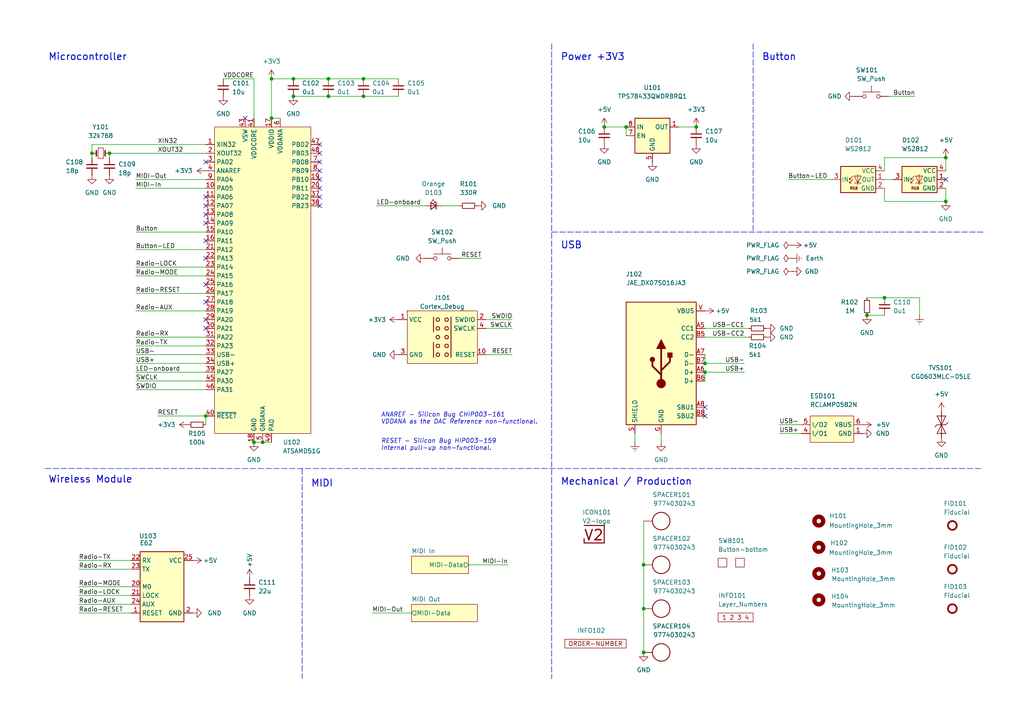
<source format=kicad_sch>
(kicad_sch (version 20250114) (generator "eeschema") (generator_version "9.0")
  (paper "A4")
  (title_block (title "V2 radio") (date "2025-09-19") (rev "1") (company "Versio Duo") (comment 1 "433 MHz MIDI bridge"))
  (lib_symbols
    (symbol "Device:C_Small" (pin_numbers (hide yes)) (pin_names (offset 0.254) (hide yes))
      (property "Reference" "C" (at 0.254 1.778 0))
      (property "Value" "C_Small" (at 0.254 -2.032 0))
      (symbol "C_Small_1_1"
        (pin passive line (at 0 2.54 270) (length 2.032) (name "~") (number "1"))
        (pin passive line (at 0 -2.54 90) (length 2.032) (name "~") (number "2"))
      )
    )
    (symbol "Device:Crystal_Small" (pin_numbers (hide yes)) (pin_names (offset 1.016) (hide yes))
      (property "Reference" "Y" (at 0 2.54 0))
      (property "Value" "Crystal_Small" (at 0 -2.54 0))
      (symbol "Crystal_Small_1_1"
        (pin passive line (at -2.54 0 0) (length 1.27) (name "1") (number "1"))
        (pin passive line (at 2.54 0 180) (length 1.27) (name "2") (number "2"))
      )
    )
    (symbol "Device:LED_Small" (pin_numbers (hide yes)) (pin_names (offset 0.254) (hide yes))
      (property "Reference" "D" (at -1.27 3.175 0))
      (property "Value" "LED_Small" (at -4.445 -2.54 0))
      (symbol "LED_Small_1_1"
        (pin passive line (at -2.54 0 0) (length 1.778) (name "K") (number "1"))
        (pin passive line (at 2.54 0 180) (length 1.778) (name "A") (number "2"))
      )
    )
    (symbol "Device:R_Small" (pin_numbers (hide yes)) (pin_names (offset 0.254) (hide yes))
      (property "Reference" "R" (at 0 0 90))
      (property "Value" "R_Small" (at 1.778 0 90))
      (symbol "R_Small_1_1"
        (pin passive line (at 0 2.54 270) (length 0.762) (name "~") (number "1"))
        (pin passive line (at 0 -2.54 90) (length 0.762) (name "~") (number "2"))
      )
    )
    (symbol "Switch:SW_Push" (pin_numbers (hide yes)) (pin_names (offset 1.016) (hide yes))
      (property "Reference" "SW" (at 1.27 2.54 0))
      (property "Value" "SW_Push" (at 0 -1.524 0))
      (symbol "SW_Push_0_1"
        (pin passive line (at -5.08 0 0) (length 2.54) (name "1") (number "1"))
        (pin passive line (at 5.08 0 180) (length 2.54) (name "2") (number "2"))
      )
    )
    (symbol "V2_Artwork:V2-logo" (in_bom no)
      (property "Reference" "ICON" (at -3.302 3.81 0))
      (symbol "V2-logo_1_1"
        (text "V2" (at -0.508 -0.254 0) (effects (font (size 3 3) (thickness 0.375))))
      )
    )
    (symbol "V2_Connector_USB:JAE_DX07S016JA3"
      (property "Reference" "J" (at -10.16 22.86 0))
      (property "Value" "DX07S016JA3" (at -10.16 20.5 0))
      (symbol "JAE_DX07S016JA3_1_1"
        (pin passive line (at -7.62 -20.32 90) (length 2.54) (name "SHIELD") (number "S"))
        (pin passive line (at 0 -20.32 90) (length 2.54) (name "GND") (number "G"))
        (pin passive line (at 12.7 15.24 180) (length 2.54) (name "VBUS") (number "V"))
        (pin bidirectional line (at 12.7 10.16 180) (length 2.54) (name "CC1") (number "A5"))
        (pin bidirectional line (at 12.7 7.62 180) (length 2.54) (name "CC2") (number "B5"))
        (pin bidirectional line (at 12.7 2.54 180) (length 2.54) (name "D-") (number "A7"))
        (pin bidirectional line (at 12.7 0 180) (length 2.54) (name "D-") (number "B7"))
        (pin bidirectional line (at 12.7 -2.54 180) (length 2.54) (name "D+") (number "A6"))
        (pin bidirectional line (at 12.7 -5.08 180) (length 2.54) (name "D+") (number "B6"))
        (pin bidirectional line (at 12.7 -12.7 180) (length 2.54) (name "SBU1") (number "A8"))
        (pin bidirectional line (at 12.7 -15.24 180) (length 2.54) (name "SBU2") (number "B8"))
      )
    )
    (symbol "V2_Cortex_Debug:Cortex_Debug" (in_bom no)
      (property "Reference" "J" (at -8.89 11.43 0))
      (property "Value" "Cortex_Debug" (at -8.89 8.89 0))
      (symbol "Cortex_Debug_1_0"
        (pin power_in line (at -11.43 5.08 0) (length 2.54) (name "VCC") (number "1"))
        (pin power_in line (at -11.43 -5.08 0) (length 2.54) (name "GND") (number "3"))
        (pin passive line (at -11.43 -5.08 0) (length 2.54) (hide yes) (name "GND") (number "5"))
        (pin bidirectional line (at 13.97 5.08 180) (length 2.54) (name "SWDIO") (number "2"))
        (pin input line (at 13.97 2.54 180) (length 2.54) (name "SWCLK") (number "4"))
        (pin input line (at 13.97 -5.08 180) (length 2.54) (name "RESET") (number "10"))
      )
    )
    (symbol "V2_Diode:CG0603MLC-05LE" (pin_numbers (hide yes)) (pin_names (hide yes))
      (property "Reference" "TVS" (at -1.27 3.81 0))
      (property "Value" "CG0603MLC-05LE" (at 0 -3.81 0))
      (symbol "CG0603MLC-05LE_1_1"
        (pin passive line (at -3.81 0 0) (length 2.54) (name "K") (number "1"))
        (pin passive line (at 3.81 0 180) (length 2.54) (name "A") (number "2"))
      )
    )
    (symbol "V2_ESD_Suppressor:RCLAMP0582N"
      (property "Reference" "ESD" (at -6.35 6.35 0))
      (property "Value" "RCLAMP0582N" (at -6.35 3.81 0))
      (symbol "RCLAMP0582N_1_0"
        (pin bidirectional line (at -8.89 0 0) (length 2.54) (name "I/O2") (number "5"))
        (pin bidirectional line (at -8.89 -2.54 0) (length 2.54) (name "I/O1") (number "4"))
        (pin no_connect line (at 2.54 -10.16 0) (length 2.54) (hide yes) (name "") (number "3"))
        (pin power_in line (at 8.89 0 180) (length 2.54) (name "VBUS") (number "6"))
        (pin power_in line (at 8.89 -2.54 180) (length 2.54) (name "GND") (number "1"))
      )
      (symbol "RCLAMP0582N_1_1"
        (pin no_connect line (at 2.54 -7.62 0) (length 2.54) (hide yes) (name "") (number "2"))
      )
    )
    (symbol "V2_LED:WS2812" (pin_names (offset 0.254))
      (property "Reference" "D3" (at 0 10.414 0))
      (property "Value" "WS2812" (at 0 7.874 0))
      (symbol "WS2812_0_0"
        (text "RGB" (at -1.27 -1.27 0) (effects (font (size 0.762 0.762))))
      )
      (symbol "WS2812_1_1"
        (pin input line (at -7.62 1.27 0) (length 2.54) (name "IN") (number "3"))
        (pin power_in line (at 7.62 3.81 180) (length 2.54) (name "VCC") (number "4"))
        (pin output line (at 7.62 1.27 180) (length 2.54) (name "OUT") (number "1"))
        (pin power_in line (at 7.62 -1.27 180) (length 2.54) (name "GND") (number "2"))
      )
    )
    (symbol "V2_MCU_Microchip_SAMD:ATSAMD51G"
      (property "Reference" "U" (at 8.8392 -47.2948 0))
      (property "Value" "ATSAMD51G" (at 13.8684 -51.8668 0))
      (symbol "ATSAMD51G_1_1"
        (pin bidirectional line (at -16.51 39.37 0) (length 2.54) (name "PA00") (number "1") (alternate "XIN32" input line))
        (pin bidirectional line (at -16.51 36.83 0) (length 2.54) (name "PA01") (number "2") (alternate "XOUT32" output line))
        (pin bidirectional line (at -16.51 34.29 0) (length 2.54) (name "PA02") (number "3"))
        (pin bidirectional line (at -16.51 31.75 0) (length 2.54) (name "PA03") (number "4") (alternate "ANAREF" input line))
        (pin bidirectional line (at -16.51 29.21 0) (length 2.54) (name "PA04") (number "9"))
        (pin bidirectional line (at -16.51 26.67 0) (length 2.54) (name "PA05") (number "10"))
        (pin bidirectional line (at -16.51 24.13 0) (length 2.54) (name "PA06") (number "11"))
        (pin bidirectional line (at -16.51 21.59 0) (length 2.54) (name "PA07") (number "12"))
        (pin bidirectional line (at -16.51 19.05 0) (length 2.54) (name "PA08") (number "13"))
        (pin bidirectional line (at -16.51 16.51 0) (length 2.54) (name "PA09") (number "14"))
        (pin bidirectional line (at -16.51 13.97 0) (length 2.54) (name "PA10") (number "15"))
        (pin bidirectional line (at -16.51 11.43 0) (length 2.54) (name "PA11") (number "16"))
        (pin bidirectional line (at -16.51 8.89 0) (length 2.54) (name "PA12") (number "21"))
        (pin bidirectional line (at -16.51 6.35 0) (length 2.54) (name "PA13") (number "22"))
        (pin bidirectional line (at -16.51 3.81 0) (length 2.54) (name "PA14") (number "23"))
        (pin bidirectional line (at -16.51 1.27 0) (length 2.54) (name "PA15") (number "24"))
        (pin bidirectional line (at -16.51 -1.27 0) (length 2.54) (name "PA16") (number "25"))
        (pin bidirectional line (at -16.51 -3.81 0) (length 2.54) (name "PA17") (number "26"))
        (pin bidirectional line (at -16.51 -6.35 0) (length 2.54) (name "PA18") (number "27"))
        (pin bidirectional line (at -16.51 -8.89 0) (length 2.54) (name "PA19") (number "28"))
        (pin bidirectional line (at -16.51 -11.43 0) (length 2.54) (name "PA20") (number "29"))
        (pin bidirectional line (at -16.51 -13.97 0) (length 2.54) (name "PA21") (number "30"))
        (pin bidirectional line (at -16.51 -16.51 0) (length 2.54) (name "PA22") (number "31"))
        (pin bidirectional line (at -16.51 -19.05 0) (length 2.54) (name "PA23") (number "32"))
        (pin bidirectional line (at -16.51 -21.59 0) (length 2.54) (name "PA24") (number "33") (alternate "USB-" bidirectional line))
        (pin bidirectional line (at -16.51 -24.13 0) (length 2.54) (name "PA25") (number "34") (alternate "USB+" bidirectional line))
        (pin bidirectional line (at -16.51 -26.67 0) (length 2.54) (name "PA27") (number "39"))
        (pin bidirectional line (at -16.51 -29.21 0) (length 2.54) (name "PA30") (number "45"))
        (pin bidirectional line (at -16.51 -31.75 0) (length 2.54) (name "PA31") (number "46"))
        (pin input line (at -16.51 -39.37 0) (length 2.54) (name "~{RESET}") (number "40"))
        (pin power_in line (at -5.08 46.99 270) (length 2.54) (name "VSW") (number "43"))
        (pin power_out line (at -2.54 46.99 270) (length 2.54) (name "VDDCORE") (number "41"))
        (pin power_in line (at -2.54 -46.99 90) (length 2.54) (name "GND") (number "18"))
        (pin passive line (at -2.54 -46.99 90) (length 2.54) (hide yes) (name "GND") (number "35"))
        (pin passive line (at -2.54 -46.99 90) (length 2.54) (hide yes) (name "GND") (number "42"))
        (pin power_in line (at 0 -46.99 90) (length 2.54) (name "GNDANA") (number "5"))
        (pin power_in line (at 2.54 46.99 270) (length 2.54) (name "VDDIO") (number "17"))
        (pin passive line (at 2.54 46.99 270) (length 2.54) (hide yes) (name "VDDIO") (number "36"))
        (pin passive line (at 2.54 46.99 270) (length 2.54) (hide yes) (name "VDDIO") (number "44"))
        (pin power_in line (at 2.54 -46.99 90) (length 2.54) (name "PAD") (number "49"))
        (pin power_in line (at 5.08 46.99 270) (length 2.54) (name "VDDANA") (number "6"))
        (pin bidirectional line (at 16.51 39.37 180) (length 2.54) (name "PB02") (number "47"))
        (pin bidirectional line (at 16.51 36.83 180) (length 2.54) (name "PB03") (number "48"))
        (pin bidirectional line (at 16.51 34.29 180) (length 2.54) (name "PB08") (number "7"))
        (pin bidirectional line (at 16.51 31.75 180) (length 2.54) (name "PB09") (number "8"))
        (pin bidirectional line (at 16.51 29.21 180) (length 2.54) (name "PB10") (number "19"))
        (pin bidirectional line (at 16.51 26.67 180) (length 2.54) (name "PB11") (number "20"))
        (pin bidirectional line (at 16.51 24.13 180) (length 2.54) (name "PB22") (number "37"))
        (pin bidirectional line (at 16.51 21.59 180) (length 2.54) (name "PB23") (number "38"))
      )
    )
    (symbol "V2_Mechanical:Fiducial_Paste" (in_bom no)
      (property "Reference" "FID" (at 5.08 0 0))
    )
    (symbol "V2_Mechanical:MountingHole_3mm" (pin_names (offset 1.016)) (in_bom no)
      (property "Reference" "H" (at 0 5.08 0))
      (property "Value" "MountingHole_3mm" (at 0 3.175 0))
    )
    (symbol "V2_PCB_Devices:Button-bottom" (in_bom no)
      (property "Reference" "SWB1" (at -2.54 3.81 0))
      (property "Value" "Button-bottom" (at -6.35 -3.81 0))
    )
    (symbol "V2_Production:Layer_Numbers" (in_bom no)
      (property "Reference" "INFO" (at 0 3.81 0))
      (symbol "Layer_Numbers_0_0"
        (text "1 2 3 4" (at 0 0 0) (effects (font (size 1.27 1.27))))
      )
    )
    (symbol "V2_Production:Order_Number" (in_bom no)
      (property "Reference" "INFO" (at 0 2.54 0))
      (symbol "Order_Number_0_0"
        (text "ORDER-NUMBER" (at 0 0 0) (effects (font (size 1.27 1.27))))
      )
    )
    (symbol "V2_RF_Module:E62" (exclude_from_sim yes)
      (property "Reference" "U" (at -5.842 14.986 0))
      (property "Value" "E62" (at -4.826 12.192 0))
      (symbol "E62_1_1"
        (pin input line (at -8.89 7.62 0) (length 2.54) (name "RX") (number "22"))
        (pin output line (at -8.89 5.08 0) (length 2.54) (name "TX") (number "23"))
        (pin input line (at -8.89 0 0) (length 2.54) (name "M0") (number "20"))
        (pin output line (at -8.89 -2.54 0) (length 2.54) (name "LOCK") (number "21"))
        (pin output line (at -8.89 -5.08 0) (length 2.54) (name "AUX") (number "24"))
        (pin input line (at -8.89 -7.62 0) (length 2.54) (name "RESET") (number "1"))
        (pin power_in line (at 8.89 7.62 180) (length 2.54) (name "VCC") (number "25"))
        (pin power_in line (at 8.89 -7.62 180) (length 2.54) (hide yes) (name "GND") (number "11"))
        (pin power_in line (at 8.89 -7.62 180) (length 2.54) (hide yes) (name "GND") (number "13"))
        (pin power_in line (at 8.89 -7.62 180) (length 2.54) (hide yes) (name "GND") (number "14"))
        (pin power_in line (at 8.89 -7.62 180) (length 2.54) (hide yes) (name "GND") (number "15"))
        (pin power_in line (at 8.89 -7.62 180) (length 2.54) (hide yes) (name "GND") (number "16"))
        (pin power_in line (at 8.89 -7.62 180) (length 2.54) (hide yes) (name "GND") (number "19"))
        (pin power_in line (at 8.89 -7.62 180) (length 2.54) (name "GND") (number "2"))
        (pin power_in line (at 8.89 -7.62 180) (length 2.54) (hide yes) (name "GND") (number "26"))
        (pin power_in line (at 8.89 -7.62 180) (length 2.54) (hide yes) (name "GND") (number "8"))
        (pin no_connect line (at 29.21 7.62 180) (length 2.54) (hide yes) (name "NC") (number "3"))
        (pin no_connect line (at 29.21 5.08 180) (length 2.54) (hide yes) (name "NC") (number "4"))
        (pin no_connect line (at 29.21 2.54 180) (length 2.54) (hide yes) (name "NC") (number "5"))
        (pin no_connect line (at 29.21 0 180) (length 2.54) (hide yes) (name "NC") (number "6"))
        (pin no_connect line (at 29.21 -2.54 180) (length 2.54) (hide yes) (name "NC") (number "7"))
        (pin no_connect line (at 29.21 -5.08 180) (length 2.54) (hide yes) (name "ANT") (number "12"))
      )
    )
    (symbol "V2_Regulator_Linear:TPS78433QWDRBRQ1"
      (property "Reference" "U" (at -5.08 10.16 0))
      (property "Value" "TPS78433QWDRBRQ1" (at -5.08 7.62 0))
      (symbol "TPS78433QWDRBRQ1_0_1"
        (pin power_in line (at -7.62 2.54 0) (length 2.54) (name "IN") (number "8"))
        (pin input line (at -7.62 0 0) (length 2.54) (name "EN") (number "7"))
        (pin power_in line (at 0 -7.62 90) (length 2.54) (name "GND") (number "5"))
        (pin no_connect line (at 0 -19.05 180) (length 2.54) (hide yes) (name "") (number "2"))
        (pin no_connect line (at 0 -21.59 180) (length 2.54) (hide yes) (name "") (number "3"))
        (pin no_connect line (at 0 -24.13 180) (length 2.54) (hide yes) (name "") (number "4"))
        (pin no_connect line (at 0 -26.67 180) (length 2.54) (hide yes) (name "") (number "6"))
        (pin power_out line (at 7.62 2.54 180) (length 2.54) (name "OUT") (number "1"))
      )
      (symbol "TPS78433QWDRBRQ1_1_1"
        (pin passive line (at 0 -7.62 90) (length 2.54) (hide yes) (name "GND") (number "9"))
      )
    )
    (symbol "V2_Spacer_Wurth:9774030243" (pin_numbers (hide yes)) (pin_names (hide yes))
      (property "Reference" "SPACER" (at 0 7.62 0))
      (property "Value" "9774030243" (at 0 5.08 0))
      (symbol "9774030243_1_0"
        (pin passive line (at -5.08 0 0) (length 2.54) (name "1") (number "1"))
      )
    )
    (symbol "power:+3V3" (power) (pin_numbers (hide yes)) (pin_names (offset 0) (hide yes))
      (property "Value" "+3V3" (at 0 3.556 0))
      (symbol "+3V3_1_1"
        (pin power_in line (at 0 0 90) (length 0) (name "~") (number "1"))
      )
    )
    (symbol "power:+5V" (power) (pin_numbers (hide yes)) (pin_names (offset 0) (hide yes))
      (property "Value" "+5V" (at 0 3.556 0))
      (symbol "+5V_1_1"
        (pin power_in line (at 0 0 90) (length 0) (name "~") (number "1"))
      )
    )
    (symbol "power:Earth" (power) (pin_numbers (hide yes)) (pin_names (offset 0) (hide yes))
      (property "Value" "Earth" (at 0 -3.81 0))
      (symbol "Earth_1_1"
        (pin power_in line (at 0 0 270) (length 0) (name "~") (number "1"))
      )
    )
    (symbol "power:GND" (power) (pin_numbers (hide yes)) (pin_names (offset 0) (hide yes))
      (property "Value" "GND" (at 0 -3.81 0))
      (symbol "GND_1_1"
        (pin power_in line (at 0 0 270) (length 0) (name "~") (number "1"))
      )
    )
    (symbol "power:PWR_FLAG" (power) (pin_numbers (hide yes)) (pin_names (offset 0) (hide yes))
      (property "Value" "PWR_FLAG" (at 0 3.81 0))
      (symbol "PWR_FLAG_0_0"
        (pin power_out line (at 0 0 90) (length 0) (name "~") (number "1"))
      )
    )
  )
  (text "ANAREF - ﻿Silicon Bug CHIP003-161\nVDDANA as the DAC Reference non-functional." (at 110.49 123.19 0) (effects (font (size 1.27 1.27) (italic yes)) (justify left bottom)))
  (text "Wireless Module" (at 13.97 140.335 0) (effects (font (size 2 2) (thickness 0.254) (bold yes)) (justify left bottom)))
  (text "RESET - ﻿Silicon Bug HIP003-159\nInternal pull-up non-functional." (at 110.49 130.81 0) (effects (font (size 1.27 1.27) (italic yes)) (justify left bottom)))
  (text "Button" (at 220.98 17.78 0) (effects (font (size 2 2) (thickness 0.254) (bold yes)) (justify left bottom)))
  (text "Power +3V3" (at 162.56 17.78 0) (effects (font (size 2 2) (thickness 0.254) (bold yes)) (justify left bottom)))
  (text "Mechanical / Production" (at 162.56 140.97 0) (effects (font (size 2 2) (thickness 0.254) (bold yes)) (justify left bottom)))
  (text "Microcontroller" (at 13.97 17.78 0) (effects (font (size 2 2) (thickness 0.254) (bold yes)) (justify left bottom)))
  (text "USB" (at 162.56 72.39 0) (effects (font (size 2 2) (thickness 0.254) (bold yes)) (justify left bottom)))
  (text "MIDI" (at 90.17 141.478 0) (effects (font (size 2 2) (thickness 0.254) (bold yes)) (justify left bottom)))
  (junction (at 95.25 22.86))
  (junction (at 204.47 107.95))
  (junction (at 181.61 36.83))
  (junction (at 186.69 176.53))
  (junction (at 73.66 128.27))
  (junction (at 274.32 58.42))
  (junction (at 201.93 36.83))
  (junction (at 85.09 27.94))
  (junction (at 85.09 22.86))
  (junction (at 105.41 27.94))
  (junction (at 31.75 44.45))
  (junction (at 105.41 22.86))
  (junction (at 95.25 27.94))
  (junction (at 204.47 105.41))
  (junction (at 78.74 22.86))
  (junction (at 76.2 128.27))
  (junction (at 26.67 44.45))
  (junction (at 274.32 45.72))
  (junction (at 186.69 163.83))
  (junction (at 175.26 36.83))
  (junction (at 256.54 86.36))
  (junction (at 186.69 189.23))
  (junction (at 251.46 91.44))
  (junction (at 59.69 120.65))
  (junction (at 78.74 34.29))
  (no_connect (at 92.71 44.45))
  (no_connect (at 59.69 82.55))
  (no_connect (at 274.32 52.07))
  (no_connect (at 204.47 118.11))
  (no_connect (at 204.47 120.65))
  (no_connect (at 59.69 57.15))
  (no_connect (at 59.69 59.69))
  (no_connect (at 59.69 64.77))
  (no_connect (at 59.69 69.85))
  (no_connect (at 59.69 46.99))
  (no_connect (at 59.69 74.93))
  (no_connect (at 59.69 87.63))
  (no_connect (at 92.71 52.07))
  (no_connect (at 92.71 54.61))
  (no_connect (at 92.71 59.69))
  (no_connect (at 92.71 57.15))
  (no_connect (at 92.71 49.53))
  (no_connect (at 92.71 46.99))
  (no_connect (at 92.71 41.91))
  (no_connect (at 59.69 95.25))
  (no_connect (at 59.69 62.23))
  (no_connect (at 71.12 34.29))
  (no_connect (at 59.69 92.71))
  (wire (pts (xy 39.37 113.03) (xy 59.69 113.03)))
  (wire (pts (xy 59.69 97.79) (xy 39.37 97.79)))
  (wire (pts (xy 226.06 123.19) (xy 232.41 123.19)))
  (wire (pts (xy 256.54 49.53) (xy 256.54 45.72)))
  (wire (pts (xy 204.47 102.87) (xy 204.47 105.41)))
  (wire (pts (xy 256.54 52.07) (xy 259.08 52.07)))
  (wire (pts (xy 78.74 22.86) (xy 85.09 22.86)))
  (wire (pts (xy 22.86 162.56) (xy 38.1 162.56)))
  (wire (pts (xy 256.54 45.72) (xy 274.32 45.72)))
  (wire (pts (xy 64.77 22.86) (xy 73.66 22.86)))
  (polyline (pts (xy 284.48 135.89) (xy 12.7 135.89)) (stroke (width 0) (type dash)))
  (wire (pts (xy 184.15 125.73) (xy 184.15 128.27)))
  (wire (pts (xy 26.67 44.45) (xy 26.67 45.72)))
  (wire (pts (xy 251.46 91.44) (xy 256.54 91.44)))
  (wire (pts (xy 140.97 102.87) (xy 148.59 102.87)))
  (wire (pts (xy 204.47 107.95) (xy 215.9 107.95)))
  (wire (pts (xy 251.46 86.36) (xy 256.54 86.36)))
  (wire (pts (xy 39.37 72.39) (xy 59.69 72.39)))
  (wire (pts (xy 256.54 58.42) (xy 274.32 58.42)))
  (wire (pts (xy 73.66 22.86) (xy 73.66 34.29)))
  (wire (pts (xy 95.25 27.94) (xy 105.41 27.94)))
  (wire (pts (xy 39.37 54.61) (xy 59.69 54.61)))
  (wire (pts (xy 204.47 97.79) (xy 217.17 97.79)))
  (wire (pts (xy 73.66 128.27) (xy 76.2 128.27)))
  (wire (pts (xy 39.37 110.49) (xy 59.69 110.49)))
  (wire (pts (xy 191.77 125.73) (xy 191.77 128.27)))
  (wire (pts (xy 119.38 177.8) (xy 107.95 177.8)))
  (wire (pts (xy 204.47 105.41) (xy 215.9 105.41)))
  (wire (pts (xy 78.74 34.29) (xy 81.28 34.29)))
  (wire (pts (xy 76.2 128.27) (xy 78.74 128.27)))
  (wire (pts (xy 204.47 107.95) (xy 204.47 110.49)))
  (wire (pts (xy 186.69 163.83) (xy 186.69 176.53)))
  (wire (pts (xy 39.37 102.87) (xy 59.69 102.87)))
  (wire (pts (xy 226.06 125.73) (xy 232.41 125.73)))
  (wire (pts (xy 109.22 59.69) (xy 123.19 59.69)))
  (wire (pts (xy 274.32 54.61) (xy 274.32 58.42)))
  (wire (pts (xy 128.27 59.69) (xy 133.35 59.69)))
  (wire (pts (xy 181.61 36.83) (xy 181.61 39.37)))
  (wire (pts (xy 140.97 92.71) (xy 148.59 92.71)))
  (wire (pts (xy 39.37 107.95) (xy 59.69 107.95)))
  (wire (pts (xy 266.7 86.36) (xy 266.7 91.44)))
  (wire (pts (xy 175.26 36.83) (xy 181.61 36.83)))
  (wire (pts (xy 39.37 85.09) (xy 59.69 85.09)))
  (wire (pts (xy 45.72 120.65) (xy 59.69 120.65)))
  (polyline (pts (xy 160.02 67.31) (xy 285.75 67.31)) (stroke (width 0) (type dash)))
  (wire (pts (xy 204.47 95.25) (xy 217.17 95.25)))
  (wire (pts (xy 39.37 77.47) (xy 59.69 77.47)))
  (wire (pts (xy 39.37 105.41) (xy 59.69 105.41)))
  (wire (pts (xy 135.89 163.83) (xy 147.32 163.83)))
  (wire (pts (xy 186.69 176.53) (xy 186.69 189.23)))
  (wire (pts (xy 228.6 52.07) (xy 241.3 52.07)))
  (wire (pts (xy 85.09 22.86) (xy 95.25 22.86)))
  (wire (pts (xy 201.93 36.83) (xy 196.85 36.83)))
  (wire (pts (xy 85.09 27.94) (xy 95.25 27.94)))
  (wire (pts (xy 78.74 22.86) (xy 78.74 34.29)))
  (wire (pts (xy 39.37 67.31) (xy 59.69 67.31)))
  (polyline (pts (xy 218.44 12.7) (xy 218.44 67.31)) (stroke (width 0) (type dash)))
  (wire (pts (xy 22.86 170.18) (xy 38.1 170.18)))
  (wire (pts (xy 22.86 165.1) (xy 38.1 165.1)))
  (wire (pts (xy 186.69 151.13) (xy 186.69 163.83)))
  (wire (pts (xy 274.32 45.72) (xy 274.32 49.53)))
  (wire (pts (xy 39.37 52.07) (xy 59.69 52.07)))
  (wire (pts (xy 256.54 54.61) (xy 256.54 58.42)))
  (wire (pts (xy 59.69 123.19) (xy 59.69 120.65)))
  (wire (pts (xy 105.41 22.86) (xy 115.57 22.86)))
  (polyline (pts (xy 87.63 135.89) (xy 87.63 196.85)) (stroke (width 0) (type dash)))
  (wire (pts (xy 95.25 22.86) (xy 105.41 22.86)))
  (wire (pts (xy 133.35 74.93) (xy 139.7 74.93)))
  (wire (pts (xy 59.69 100.33) (xy 39.37 100.33)))
  (wire (pts (xy 59.69 41.91) (xy 26.67 41.91)))
  (wire (pts (xy 39.37 80.01) (xy 59.69 80.01)))
  (wire (pts (xy 22.86 172.72) (xy 38.1 172.72)))
  (wire (pts (xy 31.75 44.45) (xy 31.75 45.72)))
  (polyline (pts (xy 160.02 12.7) (xy 160.02 196.85)) (stroke (width 0) (type dash)))
  (wire (pts (xy 257.81 27.94) (xy 265.43 27.94)))
  (wire (pts (xy 256.54 86.36) (xy 266.7 86.36)))
  (wire (pts (xy 26.67 41.91) (xy 26.67 44.45)))
  (wire (pts (xy 22.86 175.26) (xy 38.1 175.26)))
  (wire (pts (xy 39.37 90.17) (xy 59.69 90.17)))
  (wire (pts (xy 59.69 44.45) (xy 31.75 44.45)))
  (wire (pts (xy 140.97 95.25) (xy 148.59 95.25)))
  (wire (pts (xy 105.41 27.94) (xy 115.57 27.94)))
  (wire (pts (xy 22.86 177.8) (xy 38.1 177.8)))
  (label "MIDI-Out" (at 39.37 52.07 0))
  (label "Radio-MODE" (at 22.86 170.18 0))
  (label "SWCLK" (at 148.59 95.25 180))
  (label "XIN32" (at 45.72 41.91 0))
  (label "Radio-RESET" (at 22.86 177.8 0))
  (label "Radio-AUX" (at 22.86 175.26 0))
  (label "LED-onboard" (at 109.22 59.69 0))
  (label "Radio-RESET" (at 39.37 85.09 0))
  (label "Button" (at 265.43 27.94 180))
  (label "Button-LED" (at 39.37 72.39 0))
  (label "Radio-RX" (at 22.86 165.1 0))
  (label "Radio-LOCK" (at 22.86 172.72 0))
  (label "Radio-TX" (at 39.37 100.33 0))
  (label "Button-LED" (at 228.6 52.07 0))
  (label "USB+" (at 39.37 105.41 0))
  (label "USB-CC2" (at 215.9 97.79 180))
  (label "Radio-RX" (at 39.37 97.79 0))
  (label "RESET" (at 45.72 120.65 0))
  (label "USB-CC1" (at 215.9 95.25 180))
  (label "RESET" (at 148.59 102.87 180))
  (label "XOUT32" (at 45.72 44.45 0))
  (label "Radio-TX" (at 22.86 162.56 0))
  (label "MIDI-In" (at 147.32 163.83 180))
  (label "VDDCORE" (at 64.77 22.86 0))
  (label "RESET" (at 139.7 74.93 180))
  (label "MIDI-In" (at 39.37 54.61 0))
  (label "Radio-LOCK" (at 39.37 77.47 0))
  (label "MIDI-Out" (at 107.95 177.8 0))
  (label "Radio-AUX" (at 39.37 90.17 0))
  (label "USB-" (at 215.9 105.41 180))
  (label "LED-onboard" (at 39.37 107.95 0))
  (label "USB-" (at 39.37 102.87 0))
  (label "Radio-MODE" (at 39.37 80.01 0))
  (label "USB+" (at 215.9 107.95 180))
  (label "SWCLK" (at 39.37 110.49 0))
  (label "SWDIO" (at 39.37 113.03 0))
  (label "Button" (at 39.37 67.31 0))
  (label "USB+" (at 226.06 125.73 0))
  (label "SWDIO" (at 148.59 92.71 180))
  (label "USB-" (at 226.06 123.19 0))
  (symbol (lib_id "Device:C_Small") (at 115.57 25.4 0) (unit 1)
    (property "Reference" "C105" (at 118.11 24.13 0) (effects (justify left)))
    (property "Value" "0u1" (at 118.11 26.67 0) (effects (justify left)))
    (property "Footprint" "Capacitor_SMD:C_0603_1608Metric" (effects (hide yes)))
    (property "Description" "Unpolarized capacitor, small symbol" (effects (hide yes)))
  )
  (symbol (lib_id "power:GND") (at 274.32 58.42 0) (unit 1)
    (property "Reference" "#PWR0114" (effects (hide yes)))
    (property "Value" "GND" (at 274.32 63.5 0))
    (property "Description" "Power symbol creates a global label with name \"GND\" , ground" (effects (hide yes)))
  )
  (symbol (lib_id "V2_ESD_Suppressor:RCLAMP0582N") (at 241.3 123.19 0) (unit 1)
    (property "Reference" "ESD101" (at 234.95 115.57 0) (effects (justify left bottom)))
    (property "Value" "RCLAMP0582N" (at 234.95 118.11 0) (effects (justify left bottom)))
    (property "Footprint" "V2_ESD_Suppressor:SLP1210N6" (effects (hide yes)))
    (property "Mouser" "947-RCLAMP0582N.TCT" (effects (hide yes)))
    (property "Product" "RCLAMP0582N.TCT" (effects (hide yes)))
    (property "Manufacturer" "Semtech" (effects (hide yes)))
  )
  (symbol (lib_id "power:GND") (at 72.39 172.72 0) (unit 1)
    (property "Reference" "#PWR0137" (effects (hide yes)))
    (property "Value" "GND" (at 72.39 177.8 0))
    (property "Description" "Power symbol creates a global label with name \"GND\" , ground" (effects (hide yes)))
  )
  (symbol (lib_id "power:+3V3") (at 201.93 36.83 0) (unit 1)
    (property "Reference" "#PWR0106" (effects (hide yes)))
    (property "Value" "+3V3" (at 201.93 31.75 0))
    (property "Description" "Power symbol creates a global label with name \"+3V3\"" (effects (hide yes)))
  )
  (symbol (lib_id "V2_Production:Layer_Numbers") (at 213.36 179.07 0) (unit 1) (in_bom no)
    (property "Reference" "INFO101" (at 208.28 172.7199 0) (effects (justify left)))
    (property "Value" "Layer_Numbers" (at 208.28 175.2599 0) (effects (justify left)))
    (property "Footprint" "V2_Production:Layer_Numbers" (effects (hide yes)))
  )
  (symbol (lib_id "Switch:SW_Push") (at 252.73 27.94 0) (unit 1)
    (property "Reference" "SW101" (at 251.46 20.32 0))
    (property "Value" "SW_Push" (at 252.73 22.86 0))
    (property "Footprint" "V2_Button_Switch_SMD:SKSG" (effects (hide yes)))
    (property "Description" "Push button switch, generic, two pins" (effects (hide yes)))
  )
  (symbol (lib_id "power:GND") (at 73.66 128.27 0) (unit 1)
    (property "Reference" "#PWR0132" (effects (hide yes)))
    (property "Value" "GND" (at 73.66 133.35 0))
    (property "Description" "Power symbol creates a global label with name \"GND\" , ground" (effects (hide yes)))
  )
  (symbol (lib_id "power:Earth") (at 266.7 91.44 0) (unit 1)
    (property "Reference" "#PWR0122" (effects (hide yes)))
    (property "Value" "Earth" (effects (hide yes)))
    (property "Description" "Power symbol creates a global label with name \"Earth\"" (effects (hide yes)))
  )
  (symbol (lib_id "power:+5V") (at 250.19 123.19 270) (unit 1)
    (property "Reference" "#PWR0129" (effects (hide yes)))
    (property "Value" "+5V" (at 254 123.19 90) (effects (justify left)))
    (property "Description" "Power symbol creates a global label with name \"+5V\"" (effects (hide yes)))
  )
  (symbol (lib_id "Device:LED_Small") (at 125.73 59.69 0) (mirror y) (unit 1)
    (property "Reference" "D103" (at 125.73 55.88 0))
    (property "Value" "Orange" (at 125.73 53.34 0))
    (property "Footprint" "LED_SMD:LED_0603_1608Metric" (effects (hide yes)))
    (property "Description" "Light emitting diode, small symbol" (effects (hide yes)))
    (property "Sim.Pins" "1=K 2=A" (effects (hide yes)))
  )
  (symbol (lib_id "V2_Mechanical:MountingHole_3mm") (at 237.49 158.75 0) (unit 1) (in_bom no)
    (property "Reference" "H102" (at 240.792 157.48 0) (effects (justify left)))
    (property "Value" "MountingHole_3mm" (at 249.682 160.274 0))
    (property "Footprint" "V2_Mechanical:MountingHole_3mm" (effects (hide yes)))
    (property "Description" "Mounting Hole without connection" (effects (hide yes)))
    (property "Sim.Enable" "0" (effects (hide yes)))
  )
  (symbol (lib_id "power:GND") (at 64.77 27.94 0) (unit 1)
    (property "Reference" "#PWR0102" (effects (hide yes)))
    (property "Value" "GND" (at 64.77 33.02 0))
    (property "Description" "Power symbol creates a global label with name \"GND\" , ground" (effects (hide yes)))
  )
  (symbol (lib_id "V2_LED:WS2812") (at 248.92 53.34 0) (unit 1)
    (property "Reference" "D101" (at 247.65 40.64 0))
    (property "Value" "WS2812" (at 248.92 43.18 0))
    (property "Footprint" "V2_LED:WS2812-2020" (effects (hide yes)))
    (property "Description" "RGB LED with integrated controller" (effects (hide yes)))
    (property "Manufacturer" "Worldsemi" (effects (hide yes)))
    (property "Product" "WS2812B-2020" (effects (hide yes)))
    (property "LCSC" "C965555" (effects (hide yes)))
  )
  (symbol (lib_id "V2_PCB_Devices:Button-bottom") (at 212.09 163.195 0) (unit 1) (in_bom no)
    (property "Reference" "SWB101" (at 208.28 156.845 0) (effects (justify left)))
    (property "Value" "Button-bottom" (at 208.28 159.385 0) (effects (justify left)))
    (property "Footprint" "V2_PCB_Devices:PCB_Button-bottom" (effects (hide yes)))
    (property "Sim.Enable" "0" (effects (hide yes)))
  )
  (symbol (lib_id "Device:C_Small") (at 201.93 39.37 0) (unit 1)
    (property "Reference" "C107" (at 204.47 38.1 0) (effects (justify left)))
    (property "Value" "10u" (at 204.47 40.64 0) (effects (justify left)))
    (property "Footprint" "Capacitor_SMD:C_0603_1608Metric" (effects (hide yes)))
    (property "Description" "Unpolarized capacitor, small symbol" (effects (hide yes)))
  )
  (symbol (lib_id "power:+3V3") (at 78.74 22.86 0) (unit 1)
    (property "Reference" "#PWR0101" (effects (hide yes)))
    (property "Value" "+3V3" (at 78.74 17.78 0))
    (property "Description" "Power symbol creates a global label with name \"+3V3\"" (effects (hide yes)))
  )
  (symbol (lib_id "power:+5V") (at 274.32 45.72 0) (unit 1)
    (property "Reference" "#PWR0109" (effects (hide yes)))
    (property "Value" "+5V" (at 274.32 40.64 0))
    (property "Description" "Power symbol creates a global label with name \"+5V\"" (effects (hide yes)))
  )
  (symbol (lib_id "Device:R_Small") (at 219.71 97.79 90) (unit 1)
    (property "Reference" "R104" (at 217.1699 100.33 90) (effects (justify right)))
    (property "Value" "5k1" (at 217.1699 102.87 90) (effects (justify right)))
    (property "Footprint" "Resistor_SMD:R_0603_1608Metric" (effects (hide yes)))
    (property "Description" "Resistor, small symbol" (effects (hide yes)))
  )
  (symbol (lib_id "V2_Spacer_Wurth:9774030243") (at 191.77 163.83 0) (unit 1)
    (property "Reference" "SPACER102" (at 189.23 156.21 0) (effects (justify left)))
    (property "Value" "9774030243" (at 195.58 158.75 0))
    (property "Footprint" "V2_Spacer_Wurth:9774030243" (effects (hide yes)))
    (property "Sim.Enable" "0" (effects (hide yes)))
  )
  (symbol (lib_id "power:+3V3") (at 54.61 123.19 90) (unit 1)
    (property "Reference" "#PWR0128" (effects (hide yes)))
    (property "Value" "+3V3" (at 48.26 123.19 90))
    (property "Description" "Power symbol creates a global label with name \"+3V3\"" (effects (hide yes)))
  )
  (symbol (lib_id "power:+5V") (at 229.87 71.12 270) (unit 1)
    (property "Reference" "#PWR0116" (effects (hide yes)))
    (property "Value" "+5V" (at 234.95 71.12 90))
    (property "Description" "Power symbol creates a global label with name \"+5V\"" (effects (hide yes)))
  )
  (symbol (lib_id "V2_Cortex_Debug:Cortex_Debug") (at 127 97.79 0) (unit 1) (in_bom no)
    (property "Reference" "J101" (at 128.27 86.36 0))
    (property "Value" "Cortex_Debug" (at 128.27 88.9 0))
    (property "Footprint" "V2_Cortex_Debug:Cortex_Debug_Pad" (effects (hide yes)))
    (property "Sim.Enable" "0" (effects (hide yes)))
  )
  (symbol (lib_id "V2_Mechanical:MountingHole_3mm") (at 237.49 166.37 0) (unit 1) (in_bom no)
    (property "Reference" "H103" (at 241.046 165.354 0) (effects (justify left)))
    (property "Value" "MountingHole_3mm" (at 250.444 167.894 0))
    (property "Footprint" "V2_Mechanical:MountingHole_3mm" (effects (hide yes)))
    (property "Description" "Mounting Hole without connection" (effects (hide yes)))
    (property "Sim.Enable" "0" (effects (hide yes)))
  )
  (symbol (lib_id "power:GND") (at 26.67 50.8 0) (unit 1)
    (property "Reference" "#PWR0112" (effects (hide yes)))
    (property "Value" "GND" (at 26.67 55.88 0))
    (property "Description" "Power symbol creates a global label with name \"GND\" , ground" (effects (hide yes)))
  )
  (symbol (lib_id "power:GND") (at 115.57 102.87 270) (unit 1)
    (property "Reference" "#PWR0126" (effects (hide yes)))
    (property "Value" "GND" (at 107.95 102.87 90) (effects (justify left)))
    (property "Description" "Power symbol creates a global label with name \"GND\" , ground" (effects (hide yes)))
  )
  (symbol (lib_id "V2_LED:WS2812") (at 266.7 53.34 0) (unit 1)
    (property "Reference" "D102" (at 264.16 40.64 0))
    (property "Value" "WS2812" (at 265.43 43.18 0))
    (property "Footprint" "V2_LED:WS2812-2020" (effects (hide yes)))
    (property "Description" "RGB LED with integrated controller" (effects (hide yes)))
    (property "Manufacturer" "Worldsemi" (effects (hide yes)))
    (property "Product" "WS2812B-2020" (effects (hide yes)))
    (property "LCSC" "C965555" (effects (hide yes)))
  )
  (symbol (lib_id "power:+5V") (at 273.05 119.38 0) (unit 1)
    (property "Reference" "#PWR0127" (effects (hide yes)))
    (property "Value" "+5V" (at 273.05 114.3 0))
    (property "Description" "Power symbol creates a global label with name \"+5V\"" (effects (hide yes)))
  )
  (symbol (lib_id "power:GND") (at 191.77 128.27 0) (unit 1)
    (property "Reference" "#PWR0134" (effects (hide yes)))
    (property "Value" "GND" (at 191.77 133.35 0))
    (property "Description" "Power symbol creates a global label with name \"GND\" , ground" (effects (hide yes)))
  )
  (symbol (lib_id "power:+5V") (at 175.26 36.83 0) (unit 1)
    (property "Reference" "#PWR0105" (effects (hide yes)))
    (property "Value" "+5V" (at 175.26 31.75 0))
    (property "Description" "Power symbol creates a global label with name \"+5V\"" (effects (hide yes)))
  )
  (symbol (lib_id "power:+3V3") (at 59.69 49.53 90) (unit 1)
    (property "Reference" "#PWR0111" (effects (hide yes)))
    (property "Value" "+3V3" (at 55.88 49.53 90) (effects (justify left)))
    (property "Description" "Power symbol creates a global label with name \"+3V3\"" (effects (hide yes)))
  )
  (symbol (lib_id "V2_Spacer_Wurth:9774030243") (at 191.77 176.53 0) (unit 1)
    (property "Reference" "SPACER103" (at 189.23 168.91 0) (effects (justify left)))
    (property "Value" "9774030243" (at 195.58 171.45 0))
    (property "Footprint" "V2_Spacer_Wurth:9774030243" (effects (hide yes)))
    (property "Sim.Enable" "0" (effects (hide yes)))
  )
  (symbol (lib_id "power:GND") (at 85.09 27.94 0) (unit 1)
    (property "Reference" "#PWR0103" (effects (hide yes)))
    (property "Value" "GND" (at 85.09 33.02 0))
    (property "Description" "Power symbol creates a global label with name \"GND\" , ground" (effects (hide yes)))
  )
  (symbol (lib_id "Device:C_Small") (at 256.54 88.9 0) (unit 1)
    (property "Reference" "C110" (at 259.08 87.6362 0) (effects (justify left)))
    (property "Value" "0u1" (at 259.08 90.1762 0) (effects (justify left)))
    (property "Footprint" "Capacitor_SMD:C_0603_1608Metric" (effects (hide yes)))
    (property "Description" "Unpolarized capacitor, small symbol" (effects (hide yes)))
  )
  (symbol (lib_id "power:GND") (at 31.75 50.8 0) (unit 1)
    (property "Reference" "#PWR0113" (effects (hide yes)))
    (property "Value" "GND" (at 31.75 55.88 0))
    (property "Description" "Power symbol creates a global label with name \"GND\" , ground" (effects (hide yes)))
  )
  (symbol (lib_id "Device:C_Small") (at 72.39 170.18 0) (unit 1)
    (property "Reference" "C111" (at 74.93 168.91 0) (effects (justify left)))
    (property "Value" "22u" (at 74.93 171.45 0) (effects (justify left)))
    (property "Footprint" "Capacitor_SMD:C_1210_3225Metric" (effects (hide yes)))
    (property "Description" "Unpolarized capacitor, small symbol" (effects (hide yes)))
  )
  (symbol (lib_id "power:GND") (at 247.65 27.94 270) (unit 1)
    (property "Reference" "#PWR0104" (effects (hide yes)))
    (property "Value" "GND" (at 240.03 27.94 90) (effects (justify left)))
    (property "Description" "Power symbol creates a global label with name \"GND\" , ground" (effects (hide yes)))
  )
  (symbol (lib_id "V2_Mechanical:MountingHole_3mm") (at 237.49 173.99 0) (unit 1) (in_bom no)
    (property "Reference" "H104" (at 241.046 172.974 0) (effects (justify left)))
    (property "Value" "MountingHole_3mm" (at 250.444 175.514 0))
    (property "Footprint" "V2_Mechanical:MountingHole_3mm" (effects (hide yes)))
    (property "Description" "Mounting Hole without connection" (effects (hide yes)))
    (property "Sim.Enable" "0" (effects (hide yes)))
  )
  (symbol (lib_id "power:+5V") (at 204.47 90.17 270) (unit 1)
    (property "Reference" "#PWR0120" (effects (hide yes)))
    (property "Value" "+5V" (at 209.55 90.17 90))
    (property "Description" "Power symbol creates a global label with name \"+5V\"" (effects (hide yes)))
  )
  (symbol (lib_id "power:Earth") (at 229.87 74.93 90) (unit 1)
    (property "Reference" "#PWR0118" (effects (hide yes)))
    (property "Value" "Earth" (at 233.68 74.9299 90) (effects (justify right)))
    (property "Description" "Power symbol creates a global label with name \"Earth\"" (effects (hide yes)))
  )
  (symbol (lib_id "V2_Production:Order_Number") (at 172.72 186.69 0) (unit 1) (in_bom no)
    (property "Reference" "INFO102" (at 171.45 182.88 0))
    (property "Value" "ORDER-NUMBER" (effects (hide yes)))
    (property "Footprint" "V2_Production:Order_Number" (effects (hide yes)))
  )
  (symbol (lib_id "power:+3V3") (at 115.57 92.71 90) (unit 1)
    (property "Reference" "#PWR0123" (effects (hide yes)))
    (property "Value" "+3V3" (at 106.68 92.71 90) (effects (justify right)))
    (property "Description" "Power symbol creates a global label with name \"+3V3\"" (effects (hide yes)))
  )
  (symbol (lib_id "power:GND") (at 201.93 41.91 0) (unit 1)
    (property "Reference" "#PWR0108" (effects (hide yes)))
    (property "Value" "GND" (at 201.93 46.99 0))
    (property "Description" "Power symbol creates a global label with name \"GND\" , ground" (effects (hide yes)))
  )
  (symbol (lib_id "V2_Spacer_Wurth:9774030243") (at 191.77 189.23 0) (unit 1)
    (property "Reference" "SPACER104" (at 189.23 181.61 0) (effects (justify left)))
    (property "Value" "9774030243" (at 195.58 184.15 0))
    (property "Footprint" "V2_Spacer_Wurth:9774030243" (effects (hide yes)))
    (property "Sim.Enable" "0" (effects (hide yes)))
  )
  (symbol (lib_id "power:GND") (at 55.88 177.8 90) (unit 1)
    (property "Reference" "#PWR0138" (effects (hide yes)))
    (property "Value" "GND" (at 62.23 177.8 90))
    (property "Description" "Power symbol creates a global label with name \"GND\" , ground" (effects (hide yes)))
  )
  (symbol (lib_id "Device:C_Small") (at 175.26 39.37 0) (unit 1)
    (property "Reference" "C106" (at 172.72 38.1 0) (effects (justify right)))
    (property "Value" "10u" (at 171.45 40.64 0) (effects (justify right)))
    (property "Footprint" "Capacitor_SMD:C_0603_1608Metric" (effects (hide yes)))
    (property "Description" "Unpolarized capacitor, small symbol" (effects (hide yes)))
  )
  (symbol (lib_id "power:GND") (at 251.46 91.44 0) (unit 1)
    (property "Reference" "#PWR0121" (effects (hide yes)))
    (property "Value" "GND" (at 251.46 96.52 0))
    (property "Description" "Power symbol creates a global label with name \"GND\" , ground" (effects (hide yes)))
  )
  (symbol (lib_id "Device:Crystal_Small") (at 29.21 44.45 0) (unit 1)
    (property "Reference" "Y101" (at 29.21 36.83 0))
    (property "Value" "32k768" (at 29.21 39.37 0))
    (property "Footprint" "V2_Crystal:Crystal_SMD_3215-2Pin_3.2x1.5mm" (effects (hide yes)))
    (property "Description" "Two pin crystal, small symbol" (effects (hide yes)))
  )
  (symbol (lib_id "Device:C_Small") (at 31.75 48.26 0) (unit 1)
    (property "Reference" "C109" (at 34.29 47.6313 0) (effects (justify left)))
    (property "Value" "18p" (at 34.29 50.1713 0) (effects (justify left)))
    (property "Footprint" "Capacitor_SMD:C_0603_1608Metric" (effects (hide yes)))
    (property "Description" "Unpolarized capacitor, small symbol" (effects (hide yes)))
  )
  (symbol (lib_id "Device:C_Small") (at 64.77 25.4 0) (unit 1)
    (property "Reference" "C101" (at 67.31 24.13 0) (effects (justify left)))
    (property "Value" "10u" (at 67.31 26.67 0) (effects (justify left)))
    (property "Footprint" "Capacitor_SMD:C_0603_1608Metric" (effects (hide yes)))
    (property "Description" "Unpolarized capacitor, small symbol" (effects (hide yes)))
  )
  (symbol (lib_id "power:GND") (at 273.05 127 0) (unit 1)
    (property "Reference" "#PWR0131" (effects (hide yes)))
    (property "Value" "GND" (at 273.05 132.08 0))
    (property "Description" "Power symbol creates a global label with name \"GND\" , ground" (effects (hide yes)))
  )
  (symbol (lib_id "power:GND") (at 222.25 95.25 90) (unit 1)
    (property "Reference" "#PWR0124" (effects (hide yes)))
    (property "Value" "GND" (at 226.06 95.2499 90) (effects (justify right)))
    (property "Description" "Power symbol creates a global label with name \"GND\" , ground" (effects (hide yes)))
  )
  (symbol (lib_id "power:GND") (at 175.26 41.91 0) (unit 1)
    (property "Reference" "#PWR0107" (effects (hide yes)))
    (property "Value" "GND" (at 175.26 46.99 0))
    (property "Description" "Power symbol creates a global label with name \"GND\" , ground" (effects (hide yes)))
  )
  (symbol (lib_id "V2_Mechanical:Fiducial_Paste") (at 276.225 152.4 0) (unit 1) (in_bom no)
    (property "Reference" "FID101" (at 273.685 146.05 0) (effects (justify left)))
    (property "Value" "Fiducial" (at 273.685 148.59 0) (effects (justify left)))
    (property "Footprint" "V2_Fiducial:Fiducial_0.5mm_Mask1mm_Paste" (effects (hide yes)))
    (property "Description" "Fiducial Marker" (effects (hide yes)))
  )
  (symbol (lib_id "power:PWR_FLAG") (at 229.87 71.12 90) (unit 1)
    (property "Reference" "#FLG0101" (effects (hide yes)))
    (property "Value" "PWR_FLAG" (at 226.06 71.1199 90) (effects (justify left)))
    (property "Description" "Special symbol for telling ERC where power comes from" (effects (hide yes)))
  )
  (symbol (lib_id "Device:C_Small") (at 26.67 48.26 0) (unit 1)
    (property "Reference" "C108" (at 24.13 46.9962 0) (effects (justify right)))
    (property "Value" "18p" (at 22.86 49.5362 0) (effects (justify right)))
    (property "Footprint" "Capacitor_SMD:C_0603_1608Metric" (effects (hide yes)))
    (property "Description" "Unpolarized capacitor, small symbol" (effects (hide yes)))
  )
  (symbol (lib_id "power:Earth") (at 184.15 128.27 0) (unit 1)
    (property "Reference" "#PWR0133" (effects (hide yes)))
    (property "Value" "Earth" (effects (hide yes)))
    (property "Description" "Power symbol creates a global label with name \"Earth\"" (effects (hide yes)))
  )
  (symbol (lib_id "power:GND") (at 189.23 46.99 0) (unit 1)
    (property "Reference" "#PWR0110" (effects (hide yes)))
    (property "Value" "GND" (at 189.23 52.07 0))
    (property "Description" "Power symbol creates a global label with name \"GND\" , ground" (effects (hide yes)))
  )
  (symbol (lib_id "power:GND") (at 138.43 59.69 90) (unit 1)
    (property "Reference" "#PWR0115" (effects (hide yes)))
    (property "Value" "GND" (at 144.78 59.69 90))
    (property "Description" "Power symbol creates a global label with name \"GND\" , ground" (effects (hide yes)))
  )
  (symbol (lib_id "Device:R_Small") (at 135.89 59.69 90) (unit 1)
    (property "Reference" "R101" (at 135.89 53.34 90))
    (property "Value" "330R" (at 135.89 55.88 90))
    (property "Footprint" "Resistor_SMD:R_0603_1608Metric" (effects (hide yes)))
    (property "Description" "Resistor, small symbol" (effects (hide yes)))
  )
  (symbol (lib_id "V2_Diode:CG0603MLC-05LE") (at 273.05 123.19 90) (unit 1)
    (property "Reference" "TVS101" (at 269.24 106.68 90) (effects (justify right)))
    (property "Value" "CG0603MLC-05LE" (at 264.16 109.22 90) (effects (justify right)))
    (property "Footprint" "Diode_SMD:D_0603_1608Metric" (effects (hide yes)))
    (property "Mouser" "652-CG0603MLC-05LE" (effects (hide yes)))
    (property "Product" "CG0603MLC-05LE" (effects (hide yes)))
    (property "Manufacturer" "Bourns" (effects (hide yes)))
    (property "Rating" "5V" (effects (hide yes)))
  )
  (symbol (lib_id "power:GND") (at 250.19 125.73 90) (unit 1)
    (property "Reference" "#PWR0130" (effects (hide yes)))
    (property "Value" "GND" (at 254 125.73 90) (effects (justify right)))
    (property "Description" "Power symbol creates a global label with name \"GND\" , ground" (effects (hide yes)))
  )
  (symbol (lib_id "power:GND") (at 222.25 97.79 90) (unit 1)
    (property "Reference" "#PWR0125" (effects (hide yes)))
    (property "Value" "GND" (at 226.06 97.7899 90) (effects (justify right)))
    (property "Description" "Power symbol creates a global label with name \"GND\" , ground" (effects (hide yes)))
  )
  (symbol (lib_id "V2_Mechanical:MountingHole_3mm") (at 237.49 151.13 0) (unit 1) (in_bom no)
    (property "Reference" "H101" (at 240.538 149.606 0) (effects (justify left)))
    (property "Value" "MountingHole_3mm" (at 249.682 152.4 0))
    (property "Footprint" "V2_Mechanical:MountingHole_3mm" (effects (hide yes)))
    (property "Description" "Mounting Hole without connection" (effects (hide yes)))
    (property "Sim.Enable" "0" (effects (hide yes)))
  )
  (symbol (lib_id "Device:R_Small") (at 251.46 88.9 0) (unit 1)
    (property "Reference" "R102" (at 243.84 87.6299 0) (effects (justify left)))
    (property "Value" "1M" (at 245.11 90.1699 0) (effects (justify left)))
    (property "Footprint" "Resistor_SMD:R_0603_1608Metric" (effects (hide yes)))
    (property "Description" "Resistor, small symbol" (effects (hide yes)))
  )
  (symbol (lib_id "Device:C_Small") (at 105.41 25.4 0) (unit 1)
    (property "Reference" "C104" (at 107.95 24.13 0) (effects (justify left)))
    (property "Value" "0u1" (at 107.95 26.67 0) (effects (justify left)))
    (property "Footprint" "Capacitor_SMD:C_0603_1608Metric" (effects (hide yes)))
    (property "Description" "Unpolarized capacitor, small symbol" (effects (hide yes)))
  )
  (symbol (lib_id "power:GND") (at 229.87 78.74 90) (unit 1)
    (property "Reference" "#PWR0119" (effects (hide yes)))
    (property "Value" "GND" (at 237.49 78.74 90) (effects (justify left)))
    (property "Description" "Power symbol creates a global label with name \"GND\" , ground" (effects (hide yes)))
  )
  (symbol (lib_id "V2_Spacer_Wurth:9774030243") (at 191.77 151.13 0) (unit 1)
    (property "Reference" "SPACER101" (at 189.23 143.51 0) (effects (justify left)))
    (property "Value" "9774030243" (at 195.58 146.05 0))
    (property "Footprint" "V2_Spacer_Wurth:9774030243" (effects (hide yes)))
    (property "Sim.Enable" "0" (effects (hide yes)))
  )
  (symbol (lib_id "Device:C_Small") (at 85.09 25.4 0) (unit 1)
    (property "Reference" "C102" (at 92.71 24.13 0) (effects (justify right)))
    (property "Value" "0u1" (at 91.44 26.67 0) (effects (justify right)))
    (property "Footprint" "Capacitor_SMD:C_0603_1608Metric" (effects (hide yes)))
    (property "Description" "Unpolarized capacitor, small symbol" (effects (hide yes)))
  )
  (symbol (lib_id "power:+5V") (at 72.39 167.64 0) (unit 1)
    (property "Reference" "#PWR0136" (effects (hide yes)))
    (property "Value" "+5V" (at 72.39 162.56 90))
    (property "Description" "Power symbol creates a global label with name \"+5V\"" (effects (hide yes)))
  )
  (symbol (lib_id "V2_RF_Module:E62") (at 46.99 170.18 0) (unit 1) (exclude_from_sim yes)
    (property "Reference" "U103" (at 42.926 155.448 0))
    (property "Value" "E62" (at 42.418 157.48 0))
    (property "Footprint" "V2_RF_Module:E62" (effects (hide yes)))
    (property "Description" "433 MHz Wireless Module" (effects (hide yes)))
  )
  (symbol (lib_id "V2_Mechanical:Fiducial_Paste") (at 276.225 165.1 0) (unit 1) (in_bom no)
    (property "Reference" "FID102" (at 273.685 158.75 0) (effects (justify left)))
    (property "Value" "Fiducial" (at 277.495 161.29 0))
    (property "Footprint" "V2_Fiducial:Fiducial_0.5mm_Mask1mm_Paste" (effects (hide yes)))
    (property "Description" "Fiducial Marker" (effects (hide yes)))
  )
  (symbol (lib_id "Switch:SW_Push") (at 128.27 74.93 0) (unit 1)
    (property "Reference" "SW102" (at 128.27 67.31 0))
    (property "Value" "SW_Push" (at 128.27 69.85 0))
    (property "Footprint" "V2_Button_Switch_SMD:SKSG" (effects (hide yes)))
    (property "Description" "Push button switch, generic, two pins" (effects (hide yes)))
  )
  (symbol (lib_id "V2_Connector_USB:JAE_DX07S016JA3") (at 191.77 105.41 0) (unit 1)
    (property "Reference" "J102" (at 183.896 79.502 0))
    (property "Value" "JAE_DX07S016JA3" (at 181.61 82.042 0) (effects (justify left)))
    (property "Footprint" "V2_Connector_USB:JAE_DX07S016JA3" (effects (hide yes)))
    (property "Mouser" "656-DX07S016JA3R1500" (effects (hide yes)))
    (property "Product" "DX07S016JA3R1500" (effects (hide yes)))
    (property "Manufacturer" "JAE Electronics" (effects (hide yes)))
  )
  (symbol (lib_id "power:GND") (at 123.19 74.93 270) (unit 1)
    (property "Reference" "#PWR0117" (effects (hide yes)))
    (property "Value" "GND" (at 116.84 74.93 90))
    (property "Description" "Power symbol creates a global label with name \"GND\" , ground" (effects (hide yes)))
  )
  (symbol (lib_id "Device:C_Small") (at 95.25 25.4 0) (unit 1)
    (property "Reference" "C103" (at 97.79 24.13 0) (effects (justify left)))
    (property "Value" "0u1" (at 97.79 26.67 0) (effects (justify left)))
    (property "Footprint" "Capacitor_SMD:C_0603_1608Metric" (effects (hide yes)))
    (property "Description" "Unpolarized capacitor, small symbol" (effects (hide yes)))
  )
  (symbol (lib_id "power:PWR_FLAG") (at 229.87 74.93 90) (unit 1)
    (property "Reference" "#FLG0102" (effects (hide yes)))
    (property "Value" "PWR_FLAG" (at 226.06 74.9299 90) (effects (justify left)))
    (property "Description" "Special symbol for telling ERC where power comes from" (effects (hide yes)))
  )
  (symbol (lib_id "Device:R_Small") (at 219.71 95.25 90) (unit 1)
    (property "Reference" "R103" (at 222.6125 90.1341 90) (effects (justify left)))
    (property "Value" "5k1" (at 220.9799 92.71 90) (effects (justify left)))
    (property "Footprint" "Resistor_SMD:R_0603_1608Metric" (effects (hide yes)))
    (property "Description" "Resistor, small symbol" (effects (hide yes)))
  )
  (symbol (lib_id "V2_Mechanical:Fiducial_Paste") (at 276.225 176.53 0) (unit 1) (in_bom no)
    (property "Reference" "FID103" (at 273.685 170.18 0) (effects (justify left)))
    (property "Value" "Fiducial" (at 273.685 172.72 0) (effects (justify left)))
    (property "Footprint" "V2_Fiducial:Fiducial_0.5mm_Mask1mm_Paste" (effects (hide yes)))
    (property "Description" "Fiducial Marker" (effects (hide yes)))
  )
  (symbol (lib_id "V2_MCU_Microchip_SAMD:ATSAMD51G") (at 76.2 81.28 0) (unit 1)
    (property "Reference" "U102" (at 82.0294 128.27 0) (effects (justify left)))
    (property "Value" "ATSAMD51G" (at 82.0294 130.81 0) (effects (justify left)))
    (property "Footprint" "V2_Package_DFN_QFN:QFN-48-1EP_7x7mm_P0.5mm_EP5.45x5.45mm_ThermalVias" (effects (hide yes)))
    (property "Mouser" "556-ATSAMD51G19AMU" (effects (hide yes)))
    (property "Manufacturer" "Microchip Technology" (effects (hide yes)))
    (property "Product" "ATSAMD51G19A-MU" (effects (hide yes)))
    (pin "1" (alternate "XIN32"))
    (pin "2" (alternate "XOUT32"))
    (pin "33" (alternate "USB-"))
    (pin "34" (alternate "USB+"))
    (pin "4" (alternate "ANAREF"))
  )
  (symbol (lib_id "V2_Regulator_Linear:TPS78433QWDRBRQ1") (at 189.23 39.37 0) (unit 1)
    (property "Reference" "U101" (at 189.23 25.4 0))
    (property "Value" "TPS78433QWDRBRQ1" (at 189.23 27.94 0))
    (property "Footprint" "V2_Package_SON:VSON-8-1_3x3mm_P0.65_EP1.65x2.4mm" (effects (hide yes)))
    (property "Datasheet" "https://www.ti.com/product/TPS784-Q1" (effects (hide yes)))
    (property "Mouser" "595-TPS78433QWDRBRQ1" (effects (hide yes)))
    (property "Manufacturer" "Texas Instruments" (effects (hide yes)))
    (property "Product" "TPS78433QWDRBRQ1" (effects (hide yes)))
  )
  (symbol (lib_id "Device:R_Small") (at 57.15 123.19 90) (unit 1)
    (property "Reference" "R105" (at 57.15 125.73 90))
    (property "Value" "100k" (at 57.15 128.27 90))
    (property "Footprint" "Resistor_SMD:R_0603_1608Metric" (effects (hide yes)))
    (property "Description" "Resistor, small symbol" (effects (hide yes)))
  )
  (symbol (lib_id "power:PWR_FLAG") (at 229.87 78.74 90) (unit 1)
    (property "Reference" "#FLG0103" (effects (hide yes)))
    (property "Value" "PWR_FLAG" (at 221.234 78.74 90))
    (property "Description" "Special symbol for telling ERC where power comes from" (effects (hide yes)))
  )
  (symbol (lib_id "power:GND") (at 186.69 189.23 0) (unit 1)
    (property "Reference" "#PWR0139" (effects (hide yes)))
    (property "Value" "GND" (at 186.69 194.31 0))
    (property "Description" "Power symbol creates a global label with name \"GND\" , ground" (effects (hide yes)))
  )
  (symbol (lib_id "power:+5V") (at 55.88 162.56 270) (unit 1)
    (property "Reference" "#PWR0135" (effects (hide yes)))
    (property "Value" "+5V" (at 60.96 162.56 90))
    (property "Description" "Power symbol creates a global label with name \"+5V\"" (effects (hide yes)))
  )
  (symbol (lib_id "V2_Artwork:V2-logo") (at 172.72 154.94 0) (unit 1) (in_bom no)
    (property "Reference" "ICON101" (at 168.91 148.59 0) (effects (justify left)))
    (property "Value" "V2-logo" (at 168.91 151.13 0) (effects (justify left)))
    (property "Footprint" "V2_Artwork:Logo_Small" (effects (hide yes)))
    (property "Sim.Enable" "0" (effects (hide yes)))
  )
  (sheet (at 119.38 175.26) (size 19.05 5.08) (stroke (width 0.1524)) (fill (color 255 255 194 1.0000))
    (property "Sheetname" "MIDI Out" (at 119.38 174.5484 0) (effects (justify left bottom)))
    (property "Sheetfile" "MIDIOut.kicad_sch" (effects (hide yes)))
    (pin "MIDI-Data" output (at 119.38 177.8 180))
  )
  (sheet (at 119.38 161.29) (size 16.51 5.08) (stroke (width 0.1524)) (fill (color 255 255 194 1.0000))
    (property "Sheetname" "MIDI In" (at 119.38 160.5784 0) (effects (justify left bottom)))
    (property "Sheetfile" "MIDIIn.kicad_sch" (effects (hide yes)))
    (pin "MIDI-Data" output (at 135.89 163.83 0))
  )
)
</source>
